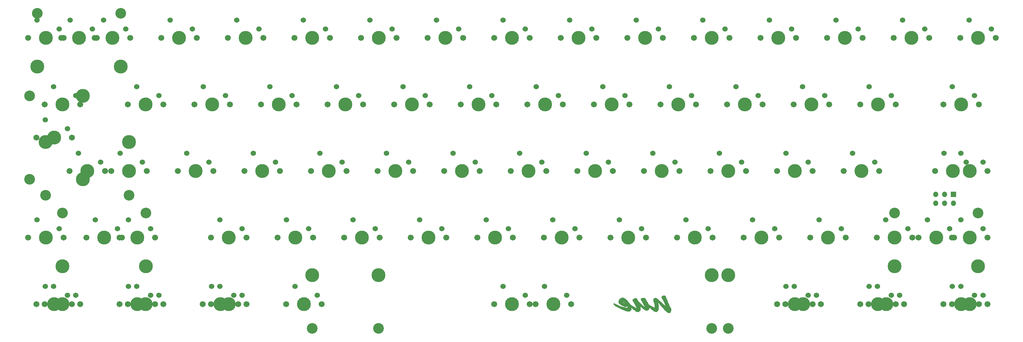
<source format=gbr>
G04 #@! TF.GenerationSoftware,KiCad,Pcbnew,(6.0.1)*
G04 #@! TF.CreationDate,2022-07-28T02:40:33-06:00*
G04 #@! TF.ProjectId,nue-pcb,6e75652d-7063-4622-9e6b-696361645f70,0.1*
G04 #@! TF.SameCoordinates,Original*
G04 #@! TF.FileFunction,Soldermask,Bot*
G04 #@! TF.FilePolarity,Negative*
%FSLAX46Y46*%
G04 Gerber Fmt 4.6, Leading zero omitted, Abs format (unit mm)*
G04 Created by KiCad (PCBNEW (6.0.1)) date 2022-07-28 02:40:33*
%MOMM*%
%LPD*%
G01*
G04 APERTURE LIST*
%ADD10C,0.010000*%
%ADD11C,1.701800*%
%ADD12C,1.524000*%
%ADD13C,3.987800*%
%ADD14C,3.048000*%
%ADD15R,1.524000X1.524000*%
%ADD16O,1.524000X1.524000*%
G04 APERTURE END LIST*
D10*
X242069833Y-138817832D02*
X242194413Y-138847306D01*
X242194413Y-138847306D02*
X242298976Y-138903511D01*
X242298976Y-138903511D02*
X242341518Y-138942134D01*
X242341518Y-138942134D02*
X242364789Y-138978767D01*
X242364789Y-138978767D02*
X242398935Y-139047185D01*
X242398935Y-139047185D02*
X242440315Y-139139407D01*
X242440315Y-139139407D02*
X242485292Y-139247450D01*
X242485292Y-139247450D02*
X242514062Y-139320634D01*
X242514062Y-139320634D02*
X242554302Y-139425460D01*
X242554302Y-139425460D02*
X242606485Y-139561463D01*
X242606485Y-139561463D02*
X242667407Y-139720291D01*
X242667407Y-139720291D02*
X242733866Y-139893588D01*
X242733866Y-139893588D02*
X242802656Y-140073003D01*
X242802656Y-140073003D02*
X242870574Y-140250181D01*
X242870574Y-140250181D02*
X242887342Y-140293931D01*
X242887342Y-140293931D02*
X242997615Y-140580831D01*
X242997615Y-140580831D02*
X243094888Y-140831746D01*
X243094888Y-140831746D02*
X243180837Y-141050403D01*
X243180837Y-141050403D02*
X243257136Y-141240527D01*
X243257136Y-141240527D02*
X243325460Y-141405842D01*
X243325460Y-141405842D02*
X243387484Y-141550075D01*
X243387484Y-141550075D02*
X243444881Y-141676950D01*
X243444881Y-141676950D02*
X243499327Y-141790193D01*
X243499327Y-141790193D02*
X243552496Y-141893528D01*
X243552496Y-141893528D02*
X243606063Y-141990682D01*
X243606063Y-141990682D02*
X243661701Y-142085379D01*
X243661701Y-142085379D02*
X243721086Y-142181344D01*
X243721086Y-142181344D02*
X243770394Y-142258407D01*
X243770394Y-142258407D02*
X243832352Y-142356724D01*
X243832352Y-142356724D02*
X243886890Y-142447980D01*
X243886890Y-142447980D02*
X243929184Y-142523755D01*
X243929184Y-142523755D02*
X243954413Y-142575631D01*
X243954413Y-142575631D02*
X243958252Y-142586351D01*
X243958252Y-142586351D02*
X243975498Y-142693639D01*
X243975498Y-142693639D02*
X243976635Y-142828400D01*
X243976635Y-142828400D02*
X243963083Y-142979568D01*
X243963083Y-142979568D02*
X243936258Y-143136081D01*
X243936258Y-143136081D02*
X243897579Y-143286875D01*
X243897579Y-143286875D02*
X243852444Y-143411743D01*
X243852444Y-143411743D02*
X243794626Y-143526545D01*
X243794626Y-143526545D02*
X243727051Y-143628978D01*
X243727051Y-143628978D02*
X243657336Y-143708540D01*
X243657336Y-143708540D02*
X243610336Y-143745617D01*
X243610336Y-143745617D02*
X243534014Y-143773592D01*
X243534014Y-143773592D02*
X243431365Y-143785794D01*
X243431365Y-143785794D02*
X243315322Y-143782290D01*
X243315322Y-143782290D02*
X243198818Y-143763143D01*
X243198818Y-143763143D02*
X243131317Y-143743191D01*
X243131317Y-143743191D02*
X242994278Y-143679760D01*
X242994278Y-143679760D02*
X242839201Y-143581305D01*
X242839201Y-143581305D02*
X242665061Y-143447128D01*
X242665061Y-143447128D02*
X242538244Y-143337818D01*
X242538244Y-143337818D02*
X242464240Y-143270883D01*
X242464240Y-143270883D02*
X242394062Y-143205411D01*
X242394062Y-143205411D02*
X242324646Y-143138063D01*
X242324646Y-143138063D02*
X242252926Y-143065498D01*
X242252926Y-143065498D02*
X242175838Y-142984374D01*
X242175838Y-142984374D02*
X242090316Y-142891352D01*
X242090316Y-142891352D02*
X241993294Y-142783091D01*
X241993294Y-142783091D02*
X241881708Y-142656251D01*
X241881708Y-142656251D02*
X241752493Y-142507489D01*
X241752493Y-142507489D02*
X241602583Y-142333467D01*
X241602583Y-142333467D02*
X241428914Y-142130843D01*
X241428914Y-142130843D02*
X241403064Y-142100628D01*
X241403064Y-142100628D02*
X241169007Y-141828667D01*
X241169007Y-141828667D02*
X240960342Y-141589770D01*
X240960342Y-141589770D02*
X240776619Y-141383469D01*
X240776619Y-141383469D02*
X240617387Y-141209299D01*
X240617387Y-141209299D02*
X240482195Y-141066793D01*
X240482195Y-141066793D02*
X240370593Y-140955484D01*
X240370593Y-140955484D02*
X240282130Y-140874906D01*
X240282130Y-140874906D02*
X240216355Y-140824593D01*
X240216355Y-140824593D02*
X240172818Y-140804078D01*
X240172818Y-140804078D02*
X240154404Y-140808049D01*
X240154404Y-140808049D02*
X240156550Y-140831643D01*
X240156550Y-140831643D02*
X240174621Y-140878642D01*
X240174621Y-140878642D02*
X240186916Y-140904182D01*
X240186916Y-140904182D02*
X240226508Y-140997537D01*
X240226508Y-140997537D02*
X240267305Y-141121140D01*
X240267305Y-141121140D02*
X240306028Y-141263146D01*
X240306028Y-141263146D02*
X240339396Y-141411708D01*
X240339396Y-141411708D02*
X240360780Y-141532181D01*
X240360780Y-141532181D02*
X240377301Y-141680356D01*
X240377301Y-141680356D02*
X240386986Y-141854899D01*
X240386986Y-141854899D02*
X240390037Y-142044459D01*
X240390037Y-142044459D02*
X240386656Y-142237685D01*
X240386656Y-142237685D02*
X240377046Y-142423226D01*
X240377046Y-142423226D02*
X240361408Y-142589730D01*
X240361408Y-142589730D02*
X240339946Y-142725846D01*
X240339946Y-142725846D02*
X240339476Y-142728098D01*
X240339476Y-142728098D02*
X240287516Y-142926371D01*
X240287516Y-142926371D02*
X240221314Y-143098350D01*
X240221314Y-143098350D02*
X240142980Y-143240599D01*
X240142980Y-143240599D02*
X240054625Y-143349683D01*
X240054625Y-143349683D02*
X239958360Y-143422165D01*
X239958360Y-143422165D02*
X239897920Y-143446591D01*
X239897920Y-143446591D02*
X239764402Y-143466706D01*
X239764402Y-143466706D02*
X239608911Y-143462013D01*
X239608911Y-143462013D02*
X239442719Y-143433912D01*
X239442719Y-143433912D02*
X239277100Y-143383804D01*
X239277100Y-143383804D02*
X239225477Y-143363098D01*
X239225477Y-143363098D02*
X239083135Y-143290313D01*
X239083135Y-143290313D02*
X238916574Y-143183520D01*
X238916574Y-143183520D02*
X238726277Y-143043094D01*
X238726277Y-143043094D02*
X238512726Y-142869406D01*
X238512726Y-142869406D02*
X238276402Y-142662830D01*
X238276402Y-142662830D02*
X238048670Y-142452897D01*
X238048670Y-142452897D02*
X237781846Y-142201619D01*
X237781846Y-142201619D02*
X237736043Y-142372751D01*
X237736043Y-142372751D02*
X237664141Y-142591145D01*
X237664141Y-142591145D02*
X237575733Y-142771262D01*
X237575733Y-142771262D02*
X237471104Y-142912877D01*
X237471104Y-142912877D02*
X237350539Y-143015764D01*
X237350539Y-143015764D02*
X237214323Y-143079699D01*
X237214323Y-143079699D02*
X237062740Y-143104456D01*
X237062740Y-143104456D02*
X236896074Y-143089811D01*
X236896074Y-143089811D02*
X236844411Y-143078019D01*
X236844411Y-143078019D02*
X236733734Y-143045688D01*
X236733734Y-143045688D02*
X236627543Y-143005790D01*
X236627543Y-143005790D02*
X236521469Y-142955421D01*
X236521469Y-142955421D02*
X236411140Y-142891680D01*
X236411140Y-142891680D02*
X236292188Y-142811665D01*
X236292188Y-142811665D02*
X236160240Y-142712472D01*
X236160240Y-142712472D02*
X236010927Y-142591199D01*
X236010927Y-142591199D02*
X235839879Y-142444944D01*
X235839879Y-142444944D02*
X235682855Y-142306580D01*
X235682855Y-142306580D02*
X235566140Y-142203108D01*
X235566140Y-142203108D02*
X235457043Y-142107096D01*
X235457043Y-142107096D02*
X235360363Y-142022712D01*
X235360363Y-142022712D02*
X235280901Y-141954125D01*
X235280901Y-141954125D02*
X235223456Y-141905504D01*
X235223456Y-141905504D02*
X235193080Y-141881196D01*
X235193080Y-141881196D02*
X235134611Y-141839562D01*
X235134611Y-141839562D02*
X235173366Y-142013955D01*
X235173366Y-142013955D02*
X235219277Y-142265863D01*
X235219277Y-142265863D02*
X235240858Y-142496548D01*
X235240858Y-142496548D02*
X235238113Y-142702468D01*
X235238113Y-142702468D02*
X235211046Y-142880082D01*
X235211046Y-142880082D02*
X235172358Y-142998307D01*
X235172358Y-142998307D02*
X235129560Y-143071500D01*
X235129560Y-143071500D02*
X235062554Y-143156937D01*
X235062554Y-143156937D02*
X234981168Y-143244621D01*
X234981168Y-143244621D02*
X234895230Y-143324553D01*
X234895230Y-143324553D02*
X234814567Y-143386735D01*
X234814567Y-143386735D02*
X234761109Y-143416704D01*
X234761109Y-143416704D02*
X234616522Y-143455251D01*
X234616522Y-143455251D02*
X234452304Y-143460434D01*
X234452304Y-143460434D02*
X234273142Y-143433539D01*
X234273142Y-143433539D02*
X234083725Y-143375850D01*
X234083725Y-143375850D02*
X233888744Y-143288653D01*
X233888744Y-143288653D02*
X233692887Y-143173234D01*
X233692887Y-143173234D02*
X233579262Y-143092754D01*
X233579262Y-143092754D02*
X233475112Y-143010749D01*
X233475112Y-143010749D02*
X233348729Y-142905825D01*
X233348729Y-142905825D02*
X233207971Y-142784841D01*
X233207971Y-142784841D02*
X233060693Y-142654655D01*
X233060693Y-142654655D02*
X232914753Y-142522125D01*
X232914753Y-142522125D02*
X232778009Y-142394110D01*
X232778009Y-142394110D02*
X232768650Y-142385175D01*
X232768650Y-142385175D02*
X232598139Y-142222162D01*
X232598139Y-142222162D02*
X232607185Y-142411376D01*
X232607185Y-142411376D02*
X232601543Y-142614302D01*
X232601543Y-142614302D02*
X232562929Y-142792884D01*
X232562929Y-142792884D02*
X232489851Y-142951081D01*
X232489851Y-142951081D02*
X232380818Y-143092851D01*
X232380818Y-143092851D02*
X232332402Y-143140699D01*
X232332402Y-143140699D02*
X232235529Y-143222313D01*
X232235529Y-143222313D02*
X232141944Y-143280778D01*
X232141944Y-143280778D02*
X232041619Y-143319440D01*
X232041619Y-143319440D02*
X231924528Y-143341646D01*
X231924528Y-143341646D02*
X231780643Y-143350741D01*
X231780643Y-143350741D02*
X231700911Y-143351439D01*
X231700911Y-143351439D02*
X231600027Y-143350707D01*
X231600027Y-143350707D02*
X231521556Y-143347899D01*
X231521556Y-143347899D02*
X231454688Y-143340998D01*
X231454688Y-143340998D02*
X231388612Y-143327991D01*
X231388612Y-143327991D02*
X231312520Y-143306864D01*
X231312520Y-143306864D02*
X231215602Y-143275601D01*
X231215602Y-143275601D02*
X231118828Y-143242964D01*
X231118828Y-143242964D02*
X230839222Y-143142051D01*
X230839222Y-143142051D02*
X230528990Y-143018837D01*
X230528990Y-143018837D02*
X230192253Y-142875201D01*
X230192253Y-142875201D02*
X229833132Y-142713023D01*
X229833132Y-142713023D02*
X229455749Y-142534180D01*
X229455749Y-142534180D02*
X229064226Y-142340551D01*
X229064226Y-142340551D02*
X228662684Y-142134016D01*
X228662684Y-142134016D02*
X228515328Y-142056258D01*
X228515328Y-142056258D02*
X228329053Y-141956551D01*
X228329053Y-141956551D02*
X228176087Y-141872486D01*
X228176087Y-141872486D02*
X228051860Y-141800808D01*
X228051860Y-141800808D02*
X227951799Y-141738261D01*
X227951799Y-141738261D02*
X227871333Y-141681590D01*
X227871333Y-141681590D02*
X227805891Y-141627539D01*
X227805891Y-141627539D02*
X227750900Y-141572852D01*
X227750900Y-141572852D02*
X227701791Y-141514273D01*
X227701791Y-141514273D02*
X227653991Y-141448547D01*
X227653991Y-141448547D02*
X227646276Y-141437321D01*
X227646276Y-141437321D02*
X227583291Y-141335021D01*
X227583291Y-141335021D02*
X227547688Y-141250299D01*
X227547688Y-141250299D02*
X227536589Y-141196007D01*
X227536589Y-141196007D02*
X227532044Y-141135743D01*
X227532044Y-141135743D02*
X227539778Y-141103297D01*
X227539778Y-141103297D02*
X227565187Y-141084718D01*
X227565187Y-141084718D02*
X227582342Y-141077726D01*
X227582342Y-141077726D02*
X227650326Y-141071726D01*
X227650326Y-141071726D02*
X227747874Y-141093201D01*
X227747874Y-141093201D02*
X227872955Y-141141454D01*
X227872955Y-141141454D02*
X228023533Y-141215790D01*
X228023533Y-141215790D02*
X228085478Y-141249865D01*
X228085478Y-141249865D02*
X228372394Y-141402041D01*
X228372394Y-141402041D02*
X228691363Y-141554273D01*
X228691363Y-141554273D02*
X229032303Y-141702551D01*
X229032303Y-141702551D02*
X229385129Y-141842865D01*
X229385129Y-141842865D02*
X229739758Y-141971205D01*
X229739758Y-141971205D02*
X230086106Y-142083561D01*
X230086106Y-142083561D02*
X230414089Y-142175922D01*
X230414089Y-142175922D02*
X230414152Y-142175939D01*
X230414152Y-142175939D02*
X230680423Y-142238124D01*
X230680423Y-142238124D02*
X230911465Y-142278893D01*
X230911465Y-142278893D02*
X231107096Y-142298275D01*
X231107096Y-142298275D02*
X231267133Y-142296300D01*
X231267133Y-142296300D02*
X231391392Y-142272997D01*
X231391392Y-142272997D02*
X231479691Y-142228396D01*
X231479691Y-142228396D02*
X231531846Y-142162528D01*
X231531846Y-142162528D02*
X231547674Y-142075421D01*
X231547674Y-142075421D02*
X231535053Y-141994126D01*
X231535053Y-141994126D02*
X231512036Y-141924232D01*
X231512036Y-141924232D02*
X231485086Y-141863831D01*
X231485086Y-141863831D02*
X231477220Y-141850452D01*
X231477220Y-141850452D02*
X231444427Y-141800405D01*
X231444427Y-141800405D02*
X231355711Y-141897030D01*
X231355711Y-141897030D02*
X231242555Y-141994682D01*
X231242555Y-141994682D02*
X231117727Y-142052748D01*
X231117727Y-142052748D02*
X230979309Y-142071642D01*
X230979309Y-142071642D02*
X230825383Y-142051775D01*
X230825383Y-142051775D02*
X230744869Y-142028405D01*
X230744869Y-142028405D02*
X230667250Y-141998343D01*
X230667250Y-141998343D02*
X230560150Y-141951354D01*
X230560150Y-141951354D02*
X230431025Y-141891197D01*
X230431025Y-141891197D02*
X230287328Y-141821630D01*
X230287328Y-141821630D02*
X230136516Y-141746412D01*
X230136516Y-141746412D02*
X229986041Y-141669301D01*
X229986041Y-141669301D02*
X229843360Y-141594058D01*
X229843360Y-141594058D02*
X229715927Y-141524439D01*
X229715927Y-141524439D02*
X229611197Y-141464205D01*
X229611197Y-141464205D02*
X229548912Y-141425395D01*
X229548912Y-141425395D02*
X229399525Y-141317308D01*
X229399525Y-141317308D02*
X229262385Y-141200164D01*
X229262385Y-141200164D02*
X229144273Y-141080750D01*
X229144273Y-141080750D02*
X229051970Y-140965852D01*
X229051970Y-140965852D02*
X228997056Y-140872971D01*
X228997056Y-140872971D02*
X228959775Y-140778284D01*
X228959775Y-140778284D02*
X228943241Y-140689203D01*
X228943241Y-140689203D02*
X228940982Y-140611431D01*
X228940982Y-140611431D02*
X228948153Y-140555606D01*
X228948153Y-140555606D02*
X230092244Y-140555606D01*
X230092244Y-140555606D02*
X230107618Y-140599843D01*
X230107618Y-140599843D02*
X230148707Y-140661177D01*
X230148707Y-140661177D02*
X230207958Y-140730524D01*
X230207958Y-140730524D02*
X230277820Y-140798797D01*
X230277820Y-140798797D02*
X230330466Y-140842200D01*
X230330466Y-140842200D02*
X230386426Y-140879944D01*
X230386426Y-140879944D02*
X230462771Y-140925531D01*
X230462771Y-140925531D02*
X230550034Y-140974005D01*
X230550034Y-140974005D02*
X230638749Y-141020412D01*
X230638749Y-141020412D02*
X230719448Y-141059799D01*
X230719448Y-141059799D02*
X230782664Y-141087209D01*
X230782664Y-141087209D02*
X230818644Y-141097682D01*
X230818644Y-141097682D02*
X230819647Y-141083377D01*
X230819647Y-141083377D02*
X230799648Y-141047464D01*
X230799648Y-141047464D02*
X230794467Y-141039992D01*
X230794467Y-141039992D02*
X230742199Y-140977700D01*
X230742199Y-140977700D02*
X230666537Y-140901204D01*
X230666537Y-140901204D02*
X230578619Y-140820785D01*
X230578619Y-140820785D02*
X230489585Y-140746726D01*
X230489585Y-140746726D02*
X230425017Y-140698952D01*
X230425017Y-140698952D02*
X230345483Y-140648744D01*
X230345483Y-140648744D02*
X230265162Y-140605096D01*
X230265162Y-140605096D02*
X230191996Y-140571429D01*
X230191996Y-140571429D02*
X230133930Y-140551165D01*
X230133930Y-140551165D02*
X230098905Y-140547724D01*
X230098905Y-140547724D02*
X230092244Y-140555606D01*
X230092244Y-140555606D02*
X228948153Y-140555606D01*
X228948153Y-140555606D02*
X228960675Y-140458126D01*
X228960675Y-140458126D02*
X229012869Y-140292933D01*
X229012869Y-140292933D02*
X229092494Y-140123469D01*
X229092494Y-140123469D02*
X229194476Y-139957350D01*
X229194476Y-139957350D02*
X229313746Y-139802191D01*
X229313746Y-139802191D02*
X229445230Y-139665606D01*
X229445230Y-139665606D02*
X229583857Y-139555213D01*
X229583857Y-139555213D02*
X229682920Y-139497359D01*
X229682920Y-139497359D02*
X229748924Y-139467355D01*
X229748924Y-139467355D02*
X229806318Y-139449452D01*
X229806318Y-139449452D02*
X229870132Y-139440865D01*
X229870132Y-139440865D02*
X229955397Y-139438809D01*
X229955397Y-139438809D02*
X229996994Y-139439167D01*
X229996994Y-139439167D02*
X230205673Y-139461907D01*
X230205673Y-139461907D02*
X230422349Y-139523305D01*
X230422349Y-139523305D02*
X230644146Y-139621107D01*
X230644146Y-139621107D02*
X230868190Y-139753056D01*
X230868190Y-139753056D02*
X231091606Y-139916898D01*
X231091606Y-139916898D02*
X231311520Y-140110378D01*
X231311520Y-140110378D02*
X231525056Y-140331240D01*
X231525056Y-140331240D02*
X231729341Y-140577229D01*
X231729341Y-140577229D02*
X231921500Y-140846090D01*
X231921500Y-140846090D02*
X232048284Y-141048430D01*
X232048284Y-141048430D02*
X232103697Y-141139924D01*
X232103697Y-141139924D02*
X232154933Y-141220779D01*
X232154933Y-141220779D02*
X232196403Y-141282415D01*
X232196403Y-141282415D02*
X232222519Y-141316251D01*
X232222519Y-141316251D02*
X232223085Y-141316824D01*
X232223085Y-141316824D02*
X232252135Y-141340046D01*
X232252135Y-141340046D02*
X232310556Y-141382266D01*
X232310556Y-141382266D02*
X232392307Y-141439282D01*
X232392307Y-141439282D02*
X232491349Y-141506892D01*
X232491349Y-141506892D02*
X232601643Y-141580893D01*
X232601643Y-141580893D02*
X232621661Y-141594193D01*
X232621661Y-141594193D02*
X232912970Y-141785080D01*
X232912970Y-141785080D02*
X233172012Y-141949752D01*
X233172012Y-141949752D02*
X233399467Y-142088580D01*
X233399467Y-142088580D02*
X233596015Y-142201933D01*
X233596015Y-142201933D02*
X233762335Y-142290181D01*
X233762335Y-142290181D02*
X233899105Y-142353693D01*
X233899105Y-142353693D02*
X234007006Y-142392838D01*
X234007006Y-142392838D02*
X234086717Y-142407987D01*
X234086717Y-142407987D02*
X234115274Y-142406826D01*
X234115274Y-142406826D02*
X234128483Y-142401934D01*
X234128483Y-142401934D02*
X234133888Y-142389217D01*
X234133888Y-142389217D02*
X234129661Y-142364026D01*
X234129661Y-142364026D02*
X234113977Y-142321711D01*
X234113977Y-142321711D02*
X234085007Y-142257625D01*
X234085007Y-142257625D02*
X234040925Y-142167117D01*
X234040925Y-142167117D02*
X233979903Y-142045538D01*
X233979903Y-142045538D02*
X233950392Y-141987265D01*
X233950392Y-141987265D02*
X233771296Y-141641303D01*
X233771296Y-141641303D02*
X233592752Y-141311880D01*
X233592752Y-141311880D02*
X233405570Y-140982429D01*
X233405570Y-140982429D02*
X233205684Y-140644884D01*
X233205684Y-140644884D02*
X233120058Y-140502726D01*
X233120058Y-140502726D02*
X233053862Y-140392123D01*
X233053862Y-140392123D02*
X233004775Y-140308314D01*
X233004775Y-140308314D02*
X232970477Y-140246534D01*
X232970477Y-140246534D02*
X232948648Y-140202020D01*
X232948648Y-140202020D02*
X232936967Y-140170011D01*
X232936967Y-140170011D02*
X232933114Y-140145742D01*
X232933114Y-140145742D02*
X232934769Y-140124450D01*
X232934769Y-140124450D02*
X232939611Y-140101374D01*
X232939611Y-140101374D02*
X232940016Y-140099540D01*
X232940016Y-140099540D02*
X232973987Y-140026352D01*
X232973987Y-140026352D02*
X233042255Y-139945347D01*
X233042255Y-139945347D02*
X233138848Y-139861770D01*
X233138848Y-139861770D02*
X233257795Y-139780863D01*
X233257795Y-139780863D02*
X233377436Y-139715440D01*
X233377436Y-139715440D02*
X233518912Y-139652788D01*
X233518912Y-139652788D02*
X233658997Y-139602757D01*
X233658997Y-139602757D02*
X233786904Y-139568653D01*
X233786904Y-139568653D02*
X233891848Y-139553784D01*
X233891848Y-139553784D02*
X233905912Y-139553411D01*
X233905912Y-139553411D02*
X233977651Y-139573788D01*
X233977651Y-139573788D02*
X234051012Y-139634409D01*
X234051012Y-139634409D02*
X234123952Y-139733345D01*
X234123952Y-139733345D02*
X234156245Y-139790135D01*
X234156245Y-139790135D02*
X234246842Y-139948596D01*
X234246842Y-139948596D02*
X234352523Y-140108444D01*
X234352523Y-140108444D02*
X234476707Y-140273857D01*
X234476707Y-140273857D02*
X234622816Y-140449011D01*
X234622816Y-140449011D02*
X234794269Y-140638086D01*
X234794269Y-140638086D02*
X234994487Y-140845257D01*
X234994487Y-140845257D02*
X235132968Y-140983051D01*
X235132968Y-140983051D02*
X235253926Y-141100169D01*
X235253926Y-141100169D02*
X235384835Y-141223827D01*
X235384835Y-141223827D02*
X235521905Y-141350716D01*
X235521905Y-141350716D02*
X235661345Y-141477528D01*
X235661345Y-141477528D02*
X235799364Y-141600954D01*
X235799364Y-141600954D02*
X235932172Y-141717685D01*
X235932172Y-141717685D02*
X236055978Y-141824414D01*
X236055978Y-141824414D02*
X236166992Y-141917830D01*
X236166992Y-141917830D02*
X236261422Y-141994625D01*
X236261422Y-141994625D02*
X236335479Y-142051490D01*
X236335479Y-142051490D02*
X236385372Y-142085118D01*
X236385372Y-142085118D02*
X236404685Y-142093098D01*
X236404685Y-142093098D02*
X236419744Y-142075502D01*
X236419744Y-142075502D02*
X236415205Y-142025293D01*
X236415205Y-142025293D02*
X236392943Y-141946345D01*
X236392943Y-141946345D02*
X236354833Y-141842527D01*
X236354833Y-141842527D02*
X236302750Y-141717711D01*
X236302750Y-141717711D02*
X236238569Y-141575769D01*
X236238569Y-141575769D02*
X236164164Y-141420571D01*
X236164164Y-141420571D02*
X236081412Y-141255989D01*
X236081412Y-141255989D02*
X235992187Y-141085894D01*
X235992187Y-141085894D02*
X235898364Y-140914158D01*
X235898364Y-140914158D02*
X235801818Y-140744652D01*
X235801818Y-140744652D02*
X235704424Y-140581246D01*
X235704424Y-140581246D02*
X235608057Y-140427813D01*
X235608057Y-140427813D02*
X235570008Y-140369783D01*
X235570008Y-140369783D02*
X235469424Y-140211876D01*
X235469424Y-140211876D02*
X235396211Y-140080523D01*
X235396211Y-140080523D02*
X235348875Y-139971311D01*
X235348875Y-139971311D02*
X235325920Y-139879829D01*
X235325920Y-139879829D02*
X235325852Y-139801663D01*
X235325852Y-139801663D02*
X235347176Y-139732402D01*
X235347176Y-139732402D02*
X235351278Y-139724138D01*
X235351278Y-139724138D02*
X235405316Y-139661204D01*
X235405316Y-139661204D02*
X235495318Y-139605305D01*
X235495318Y-139605305D02*
X235615228Y-139558339D01*
X235615228Y-139558339D02*
X235758990Y-139522200D01*
X235758990Y-139522200D02*
X235920548Y-139498783D01*
X235920548Y-139498783D02*
X236093846Y-139489984D01*
X236093846Y-139489984D02*
X236099496Y-139489965D01*
X236099496Y-139489965D02*
X236241489Y-139493279D01*
X236241489Y-139493279D02*
X236349986Y-139505463D01*
X236349986Y-139505463D02*
X236433339Y-139528983D01*
X236433339Y-139528983D02*
X236499897Y-139566301D01*
X236499897Y-139566301D02*
X236558011Y-139619882D01*
X236558011Y-139619882D02*
X236564483Y-139627143D01*
X236564483Y-139627143D02*
X236593821Y-139668091D01*
X236593821Y-139668091D02*
X236639885Y-139741898D01*
X236639885Y-139741898D02*
X236700041Y-139843776D01*
X236700041Y-139843776D02*
X236771659Y-139968936D01*
X236771659Y-139968936D02*
X236852106Y-140112588D01*
X236852106Y-140112588D02*
X236938750Y-140269943D01*
X236938750Y-140269943D02*
X237028959Y-140436213D01*
X237028959Y-140436213D02*
X237120102Y-140606608D01*
X237120102Y-140606608D02*
X237209547Y-140776340D01*
X237209547Y-140776340D02*
X237294661Y-140940619D01*
X237294661Y-140940619D02*
X237372813Y-141094657D01*
X237372813Y-141094657D02*
X237390835Y-141130764D01*
X237390835Y-141130764D02*
X237517517Y-141385514D01*
X237517517Y-141385514D02*
X237810672Y-141567979D01*
X237810672Y-141567979D02*
X238004935Y-141686686D01*
X238004935Y-141686686D02*
X238199829Y-141801662D01*
X238199829Y-141801662D02*
X238390322Y-141910212D01*
X238390322Y-141910212D02*
X238571380Y-142009638D01*
X238571380Y-142009638D02*
X238737970Y-142097242D01*
X238737970Y-142097242D02*
X238885059Y-142170328D01*
X238885059Y-142170328D02*
X239007615Y-142226197D01*
X239007615Y-142226197D02*
X239100603Y-142262152D01*
X239100603Y-142262152D02*
X239113518Y-142266212D01*
X239113518Y-142266212D02*
X239170405Y-142279301D01*
X239170405Y-142279301D02*
X239207098Y-142273354D01*
X239207098Y-142273354D02*
X239235177Y-142252814D01*
X239235177Y-142252814D02*
X239275300Y-142191000D01*
X239275300Y-142191000D02*
X239301668Y-142093517D01*
X239301668Y-142093517D02*
X239314225Y-141964752D01*
X239314225Y-141964752D02*
X239312912Y-141809092D01*
X239312912Y-141809092D02*
X239297672Y-141630925D01*
X239297672Y-141630925D02*
X239268447Y-141434639D01*
X239268447Y-141434639D02*
X239247368Y-141325246D01*
X239247368Y-141325246D02*
X239229307Y-141241589D01*
X239229307Y-141241589D02*
X239210307Y-141162462D01*
X239210307Y-141162462D02*
X239188358Y-141081430D01*
X239188358Y-141081430D02*
X239161448Y-140992060D01*
X239161448Y-140992060D02*
X239127566Y-140887917D01*
X239127566Y-140887917D02*
X239084701Y-140762569D01*
X239084701Y-140762569D02*
X239030841Y-140609581D01*
X239030841Y-140609581D02*
X238973399Y-140448777D01*
X238973399Y-140448777D02*
X238916235Y-140250134D01*
X238916235Y-140250134D02*
X238894624Y-140073087D01*
X238894624Y-140073087D02*
X238908262Y-139918278D01*
X238908262Y-139918278D02*
X238956842Y-139786348D01*
X238956842Y-139786348D02*
X239040059Y-139677938D01*
X239040059Y-139677938D02*
X239157608Y-139593689D01*
X239157608Y-139593689D02*
X239309182Y-139534242D01*
X239309182Y-139534242D02*
X239420835Y-139510004D01*
X239420835Y-139510004D02*
X239523007Y-139504692D01*
X239523007Y-139504692D02*
X239630489Y-139522901D01*
X239630489Y-139522901D02*
X239747478Y-139566570D01*
X239747478Y-139566570D02*
X239878170Y-139637641D01*
X239878170Y-139637641D02*
X240026761Y-139738054D01*
X240026761Y-139738054D02*
X240195866Y-139868473D01*
X240195866Y-139868473D02*
X240257162Y-139918134D01*
X240257162Y-139918134D02*
X240312077Y-139963218D01*
X240312077Y-139963218D02*
X240364437Y-140007189D01*
X240364437Y-140007189D02*
X240418066Y-140053508D01*
X240418066Y-140053508D02*
X240476789Y-140105639D01*
X240476789Y-140105639D02*
X240544432Y-140167044D01*
X240544432Y-140167044D02*
X240624819Y-140241187D01*
X240624819Y-140241187D02*
X240721775Y-140331529D01*
X240721775Y-140331529D02*
X240839126Y-140441533D01*
X240839126Y-140441533D02*
X240980696Y-140574662D01*
X240980696Y-140574662D02*
X241098911Y-140685968D01*
X241098911Y-140685968D02*
X241229204Y-140808518D01*
X241229204Y-140808518D02*
X241357967Y-140929337D01*
X241357967Y-140929337D02*
X241479733Y-141043315D01*
X241479733Y-141043315D02*
X241589034Y-141145346D01*
X241589034Y-141145346D02*
X241680406Y-141230321D01*
X241680406Y-141230321D02*
X241748380Y-141293132D01*
X241748380Y-141293132D02*
X241765661Y-141308962D01*
X241765661Y-141308962D02*
X241848134Y-141382800D01*
X241848134Y-141382800D02*
X241940434Y-141463088D01*
X241940434Y-141463088D02*
X242037100Y-141545347D01*
X242037100Y-141545347D02*
X242132673Y-141625096D01*
X242132673Y-141625096D02*
X242221692Y-141697855D01*
X242221692Y-141697855D02*
X242298698Y-141759144D01*
X242298698Y-141759144D02*
X242358229Y-141804482D01*
X242358229Y-141804482D02*
X242394827Y-141829389D01*
X242394827Y-141829389D02*
X242403715Y-141832516D01*
X242403715Y-141832516D02*
X242399868Y-141810143D01*
X242399868Y-141810143D02*
X242382345Y-141754386D01*
X242382345Y-141754386D02*
X242353360Y-141671098D01*
X242353360Y-141671098D02*
X242315126Y-141566133D01*
X242315126Y-141566133D02*
X242269856Y-141445343D01*
X242269856Y-141445343D02*
X242219764Y-141314583D01*
X242219764Y-141314583D02*
X242167063Y-141179707D01*
X242167063Y-141179707D02*
X242113966Y-141046567D01*
X242113966Y-141046567D02*
X242062687Y-140921018D01*
X242062687Y-140921018D02*
X242026038Y-140833681D01*
X242026038Y-140833681D02*
X241928316Y-140613661D01*
X241928316Y-140613661D02*
X241821689Y-140390334D01*
X241821689Y-140390334D02*
X241710940Y-140172874D01*
X241710940Y-140172874D02*
X241600849Y-139970453D01*
X241600849Y-139970453D02*
X241496199Y-139792242D01*
X241496199Y-139792242D02*
X241426221Y-139683055D01*
X241426221Y-139683055D02*
X241367058Y-139594618D01*
X241367058Y-139594618D02*
X241314542Y-139515353D01*
X241314542Y-139515353D02*
X241274332Y-139453856D01*
X241274332Y-139453856D02*
X241252092Y-139418723D01*
X241252092Y-139418723D02*
X241251942Y-139418471D01*
X241251942Y-139418471D02*
X241234173Y-139348997D01*
X241234173Y-139348997D02*
X241248519Y-139261143D01*
X241248519Y-139261143D02*
X241293405Y-139162163D01*
X241293405Y-139162163D02*
X241315059Y-139127687D01*
X241315059Y-139127687D02*
X241404841Y-139024772D01*
X241404841Y-139024772D02*
X241518864Y-138940587D01*
X241518864Y-138940587D02*
X241649751Y-138876468D01*
X241649751Y-138876468D02*
X241790126Y-138833747D01*
X241790126Y-138833747D02*
X241932612Y-138813757D01*
X241932612Y-138813757D02*
X242069833Y-138817832D01*
X242069833Y-138817832D02*
X242069833Y-138817832D01*
G36*
X229012869Y-140292933D02*
G01*
X229092494Y-140123469D01*
X229194476Y-139957350D01*
X229313746Y-139802191D01*
X229445230Y-139665606D01*
X229583857Y-139555213D01*
X229682920Y-139497359D01*
X229748924Y-139467355D01*
X229806318Y-139449452D01*
X229870132Y-139440865D01*
X229955397Y-139438809D01*
X229996994Y-139439167D01*
X230205673Y-139461907D01*
X230422349Y-139523305D01*
X230644146Y-139621107D01*
X230868190Y-139753056D01*
X231091606Y-139916898D01*
X231311520Y-140110378D01*
X231525056Y-140331240D01*
X231729341Y-140577229D01*
X231921500Y-140846090D01*
X232048284Y-141048430D01*
X232103697Y-141139924D01*
X232154933Y-141220779D01*
X232196403Y-141282415D01*
X232222519Y-141316251D01*
X232223085Y-141316824D01*
X232252135Y-141340046D01*
X232310556Y-141382266D01*
X232392307Y-141439282D01*
X232491349Y-141506892D01*
X232601643Y-141580893D01*
X232621661Y-141594193D01*
X232912970Y-141785080D01*
X233172012Y-141949752D01*
X233399467Y-142088580D01*
X233596015Y-142201933D01*
X233762335Y-142290181D01*
X233899105Y-142353693D01*
X234007006Y-142392838D01*
X234086717Y-142407987D01*
X234115274Y-142406826D01*
X234128483Y-142401934D01*
X234133888Y-142389217D01*
X234129661Y-142364026D01*
X234113977Y-142321711D01*
X234085007Y-142257625D01*
X234040925Y-142167117D01*
X233979903Y-142045538D01*
X233950392Y-141987265D01*
X233771296Y-141641303D01*
X233592752Y-141311880D01*
X233405570Y-140982429D01*
X233205684Y-140644884D01*
X233120058Y-140502726D01*
X233053862Y-140392123D01*
X233004775Y-140308314D01*
X232970477Y-140246534D01*
X232948648Y-140202020D01*
X232936967Y-140170011D01*
X232933114Y-140145742D01*
X232934769Y-140124450D01*
X232939611Y-140101374D01*
X232940016Y-140099540D01*
X232973987Y-140026352D01*
X233042255Y-139945347D01*
X233138848Y-139861770D01*
X233257795Y-139780863D01*
X233377436Y-139715440D01*
X233518912Y-139652788D01*
X233658997Y-139602757D01*
X233786904Y-139568653D01*
X233891848Y-139553784D01*
X233905912Y-139553411D01*
X233977651Y-139573788D01*
X234051012Y-139634409D01*
X234123952Y-139733345D01*
X234156245Y-139790135D01*
X234246842Y-139948596D01*
X234352523Y-140108444D01*
X234476707Y-140273857D01*
X234622816Y-140449011D01*
X234794269Y-140638086D01*
X234994487Y-140845257D01*
X235132968Y-140983051D01*
X235253926Y-141100169D01*
X235384835Y-141223827D01*
X235521905Y-141350716D01*
X235661345Y-141477528D01*
X235799364Y-141600954D01*
X235932172Y-141717685D01*
X236055978Y-141824414D01*
X236166992Y-141917830D01*
X236261422Y-141994625D01*
X236335479Y-142051490D01*
X236385372Y-142085118D01*
X236404685Y-142093098D01*
X236419744Y-142075502D01*
X236415205Y-142025293D01*
X236392943Y-141946345D01*
X236354833Y-141842527D01*
X236302750Y-141717711D01*
X236238569Y-141575769D01*
X236164164Y-141420571D01*
X236081412Y-141255989D01*
X235992187Y-141085894D01*
X235898364Y-140914158D01*
X235801818Y-140744652D01*
X235704424Y-140581246D01*
X235608057Y-140427813D01*
X235570008Y-140369783D01*
X235469424Y-140211876D01*
X235396211Y-140080523D01*
X235348875Y-139971311D01*
X235325920Y-139879829D01*
X235325852Y-139801663D01*
X235347176Y-139732402D01*
X235351278Y-139724138D01*
X235405316Y-139661204D01*
X235495318Y-139605305D01*
X235615228Y-139558339D01*
X235758990Y-139522200D01*
X235920548Y-139498783D01*
X236093846Y-139489984D01*
X236099496Y-139489965D01*
X236241489Y-139493279D01*
X236349986Y-139505463D01*
X236433339Y-139528983D01*
X236499897Y-139566301D01*
X236558011Y-139619882D01*
X236564483Y-139627143D01*
X236593821Y-139668091D01*
X236639885Y-139741898D01*
X236700041Y-139843776D01*
X236771659Y-139968936D01*
X236852106Y-140112588D01*
X236938750Y-140269943D01*
X237028959Y-140436213D01*
X237120102Y-140606608D01*
X237209547Y-140776340D01*
X237294661Y-140940619D01*
X237372813Y-141094657D01*
X237390835Y-141130764D01*
X237517517Y-141385514D01*
X237810672Y-141567979D01*
X238004935Y-141686686D01*
X238199829Y-141801662D01*
X238390322Y-141910212D01*
X238571380Y-142009638D01*
X238737970Y-142097242D01*
X238885059Y-142170328D01*
X239007615Y-142226197D01*
X239100603Y-142262152D01*
X239113518Y-142266212D01*
X239170405Y-142279301D01*
X239207098Y-142273354D01*
X239235177Y-142252814D01*
X239275300Y-142191000D01*
X239301668Y-142093517D01*
X239314225Y-141964752D01*
X239312912Y-141809092D01*
X239297672Y-141630925D01*
X239268447Y-141434639D01*
X239247368Y-141325246D01*
X239229307Y-141241589D01*
X239210307Y-141162462D01*
X239188358Y-141081430D01*
X239161448Y-140992060D01*
X239127566Y-140887917D01*
X239084701Y-140762569D01*
X239030841Y-140609581D01*
X238973399Y-140448777D01*
X238916235Y-140250134D01*
X238894624Y-140073087D01*
X238908262Y-139918278D01*
X238956842Y-139786348D01*
X239040059Y-139677938D01*
X239157608Y-139593689D01*
X239309182Y-139534242D01*
X239420835Y-139510004D01*
X239523007Y-139504692D01*
X239630489Y-139522901D01*
X239747478Y-139566570D01*
X239878170Y-139637641D01*
X240026761Y-139738054D01*
X240195866Y-139868473D01*
X240257162Y-139918134D01*
X240312077Y-139963218D01*
X240364437Y-140007189D01*
X240418066Y-140053508D01*
X240476789Y-140105639D01*
X240544432Y-140167044D01*
X240624819Y-140241187D01*
X240721775Y-140331529D01*
X240839126Y-140441533D01*
X240980696Y-140574662D01*
X241098911Y-140685968D01*
X241229204Y-140808518D01*
X241357967Y-140929337D01*
X241479733Y-141043315D01*
X241589034Y-141145346D01*
X241680406Y-141230321D01*
X241748380Y-141293132D01*
X241765661Y-141308962D01*
X241848134Y-141382800D01*
X241940434Y-141463088D01*
X242037100Y-141545347D01*
X242132673Y-141625096D01*
X242221692Y-141697855D01*
X242298698Y-141759144D01*
X242358229Y-141804482D01*
X242394827Y-141829389D01*
X242403715Y-141832516D01*
X242399868Y-141810143D01*
X242382345Y-141754386D01*
X242353360Y-141671098D01*
X242315126Y-141566133D01*
X242269856Y-141445343D01*
X242219764Y-141314583D01*
X242167063Y-141179707D01*
X242113966Y-141046567D01*
X242062687Y-140921018D01*
X242026038Y-140833681D01*
X241928316Y-140613661D01*
X241821689Y-140390334D01*
X241710940Y-140172874D01*
X241600849Y-139970453D01*
X241496199Y-139792242D01*
X241426221Y-139683055D01*
X241367058Y-139594618D01*
X241314542Y-139515353D01*
X241274332Y-139453856D01*
X241252092Y-139418723D01*
X241251942Y-139418471D01*
X241234173Y-139348997D01*
X241248519Y-139261143D01*
X241293405Y-139162163D01*
X241315059Y-139127687D01*
X241404841Y-139024772D01*
X241518864Y-138940587D01*
X241649751Y-138876468D01*
X241790126Y-138833747D01*
X241932612Y-138813757D01*
X242069833Y-138817832D01*
X242194413Y-138847306D01*
X242298976Y-138903511D01*
X242341518Y-138942134D01*
X242364789Y-138978767D01*
X242398935Y-139047185D01*
X242440315Y-139139407D01*
X242485292Y-139247450D01*
X242514062Y-139320634D01*
X242554302Y-139425460D01*
X242606485Y-139561463D01*
X242667407Y-139720291D01*
X242733866Y-139893588D01*
X242802656Y-140073003D01*
X242870574Y-140250181D01*
X242887342Y-140293931D01*
X242997615Y-140580831D01*
X243094888Y-140831746D01*
X243180837Y-141050403D01*
X243257136Y-141240527D01*
X243325460Y-141405842D01*
X243387484Y-141550075D01*
X243444881Y-141676950D01*
X243499327Y-141790193D01*
X243552496Y-141893528D01*
X243606063Y-141990682D01*
X243661701Y-142085379D01*
X243721086Y-142181344D01*
X243770394Y-142258407D01*
X243832352Y-142356724D01*
X243886890Y-142447980D01*
X243929184Y-142523755D01*
X243954413Y-142575631D01*
X243958252Y-142586351D01*
X243975498Y-142693639D01*
X243976635Y-142828400D01*
X243963083Y-142979568D01*
X243936258Y-143136081D01*
X243897579Y-143286875D01*
X243852444Y-143411743D01*
X243794626Y-143526545D01*
X243727051Y-143628978D01*
X243657336Y-143708540D01*
X243610336Y-143745617D01*
X243534014Y-143773592D01*
X243431365Y-143785794D01*
X243315322Y-143782290D01*
X243198818Y-143763143D01*
X243131317Y-143743191D01*
X242994278Y-143679760D01*
X242839201Y-143581305D01*
X242665061Y-143447128D01*
X242538244Y-143337818D01*
X242464240Y-143270883D01*
X242394062Y-143205411D01*
X242324646Y-143138063D01*
X242252926Y-143065498D01*
X242175838Y-142984374D01*
X242090316Y-142891352D01*
X241993294Y-142783091D01*
X241881708Y-142656251D01*
X241752493Y-142507489D01*
X241602583Y-142333467D01*
X241428914Y-142130843D01*
X241403064Y-142100628D01*
X241169007Y-141828667D01*
X240960342Y-141589770D01*
X240776619Y-141383469D01*
X240617387Y-141209299D01*
X240482195Y-141066793D01*
X240370593Y-140955484D01*
X240282130Y-140874906D01*
X240216355Y-140824593D01*
X240172818Y-140804078D01*
X240154404Y-140808049D01*
X240156550Y-140831643D01*
X240174621Y-140878642D01*
X240186916Y-140904182D01*
X240226508Y-140997537D01*
X240267305Y-141121140D01*
X240306028Y-141263146D01*
X240339396Y-141411708D01*
X240360780Y-141532181D01*
X240377301Y-141680356D01*
X240386986Y-141854899D01*
X240390037Y-142044459D01*
X240386656Y-142237685D01*
X240377046Y-142423226D01*
X240361408Y-142589730D01*
X240339946Y-142725846D01*
X240339476Y-142728098D01*
X240287516Y-142926371D01*
X240221314Y-143098350D01*
X240142980Y-143240599D01*
X240054625Y-143349683D01*
X239958360Y-143422165D01*
X239897920Y-143446591D01*
X239764402Y-143466706D01*
X239608911Y-143462013D01*
X239442719Y-143433912D01*
X239277100Y-143383804D01*
X239225477Y-143363098D01*
X239083135Y-143290313D01*
X238916574Y-143183520D01*
X238726277Y-143043094D01*
X238512726Y-142869406D01*
X238276402Y-142662830D01*
X238048670Y-142452897D01*
X237781846Y-142201619D01*
X237736043Y-142372751D01*
X237664141Y-142591145D01*
X237575733Y-142771262D01*
X237471104Y-142912877D01*
X237350539Y-143015764D01*
X237214323Y-143079699D01*
X237062740Y-143104456D01*
X236896074Y-143089811D01*
X236844411Y-143078019D01*
X236733734Y-143045688D01*
X236627543Y-143005790D01*
X236521469Y-142955421D01*
X236411140Y-142891680D01*
X236292188Y-142811665D01*
X236160240Y-142712472D01*
X236010927Y-142591199D01*
X235839879Y-142444944D01*
X235682855Y-142306580D01*
X235566140Y-142203108D01*
X235457043Y-142107096D01*
X235360363Y-142022712D01*
X235280901Y-141954125D01*
X235223456Y-141905504D01*
X235193080Y-141881196D01*
X235134611Y-141839562D01*
X235173366Y-142013955D01*
X235219277Y-142265863D01*
X235240858Y-142496548D01*
X235238113Y-142702468D01*
X235211046Y-142880082D01*
X235172358Y-142998307D01*
X235129560Y-143071500D01*
X235062554Y-143156937D01*
X234981168Y-143244621D01*
X234895230Y-143324553D01*
X234814567Y-143386735D01*
X234761109Y-143416704D01*
X234616522Y-143455251D01*
X234452304Y-143460434D01*
X234273142Y-143433539D01*
X234083725Y-143375850D01*
X233888744Y-143288653D01*
X233692887Y-143173234D01*
X233579262Y-143092754D01*
X233475112Y-143010749D01*
X233348729Y-142905825D01*
X233207971Y-142784841D01*
X233060693Y-142654655D01*
X232914753Y-142522125D01*
X232778009Y-142394110D01*
X232768650Y-142385175D01*
X232598139Y-142222162D01*
X232607185Y-142411376D01*
X232601543Y-142614302D01*
X232562929Y-142792884D01*
X232489851Y-142951081D01*
X232380818Y-143092851D01*
X232332402Y-143140699D01*
X232235529Y-143222313D01*
X232141944Y-143280778D01*
X232041619Y-143319440D01*
X231924528Y-143341646D01*
X231780643Y-143350741D01*
X231700911Y-143351439D01*
X231600027Y-143350707D01*
X231521556Y-143347899D01*
X231454688Y-143340998D01*
X231388612Y-143327991D01*
X231312520Y-143306864D01*
X231215602Y-143275601D01*
X231118828Y-143242964D01*
X230839222Y-143142051D01*
X230528990Y-143018837D01*
X230192253Y-142875201D01*
X229833132Y-142713023D01*
X229455749Y-142534180D01*
X229064226Y-142340551D01*
X228662684Y-142134016D01*
X228515328Y-142056258D01*
X228329053Y-141956551D01*
X228176087Y-141872486D01*
X228051860Y-141800808D01*
X227951799Y-141738261D01*
X227871333Y-141681590D01*
X227805891Y-141627539D01*
X227750900Y-141572852D01*
X227701791Y-141514273D01*
X227653991Y-141448547D01*
X227646276Y-141437321D01*
X227583291Y-141335021D01*
X227547688Y-141250299D01*
X227536589Y-141196007D01*
X227532044Y-141135743D01*
X227539778Y-141103297D01*
X227565187Y-141084718D01*
X227582342Y-141077726D01*
X227650326Y-141071726D01*
X227747874Y-141093201D01*
X227872955Y-141141454D01*
X228023533Y-141215790D01*
X228085478Y-141249865D01*
X228372394Y-141402041D01*
X228691363Y-141554273D01*
X229032303Y-141702551D01*
X229385129Y-141842865D01*
X229739758Y-141971205D01*
X230086106Y-142083561D01*
X230414089Y-142175922D01*
X230414152Y-142175939D01*
X230680423Y-142238124D01*
X230911465Y-142278893D01*
X231107096Y-142298275D01*
X231267133Y-142296300D01*
X231391392Y-142272997D01*
X231479691Y-142228396D01*
X231531846Y-142162528D01*
X231547674Y-142075421D01*
X231535053Y-141994126D01*
X231512036Y-141924232D01*
X231485086Y-141863831D01*
X231477220Y-141850452D01*
X231444427Y-141800405D01*
X231355711Y-141897030D01*
X231242555Y-141994682D01*
X231117727Y-142052748D01*
X230979309Y-142071642D01*
X230825383Y-142051775D01*
X230744869Y-142028405D01*
X230667250Y-141998343D01*
X230560150Y-141951354D01*
X230431025Y-141891197D01*
X230287328Y-141821630D01*
X230136516Y-141746412D01*
X229986041Y-141669301D01*
X229843360Y-141594058D01*
X229715927Y-141524439D01*
X229611197Y-141464205D01*
X229548912Y-141425395D01*
X229399525Y-141317308D01*
X229262385Y-141200164D01*
X229144273Y-141080750D01*
X229051970Y-140965852D01*
X228997056Y-140872971D01*
X228959775Y-140778284D01*
X228943241Y-140689203D01*
X228940982Y-140611431D01*
X228948153Y-140555606D01*
X230092244Y-140555606D01*
X230107618Y-140599843D01*
X230148707Y-140661177D01*
X230207958Y-140730524D01*
X230277820Y-140798797D01*
X230330466Y-140842200D01*
X230386426Y-140879944D01*
X230462771Y-140925531D01*
X230550034Y-140974005D01*
X230638749Y-141020412D01*
X230719448Y-141059799D01*
X230782664Y-141087209D01*
X230818644Y-141097682D01*
X230819647Y-141083377D01*
X230799648Y-141047464D01*
X230794467Y-141039992D01*
X230742199Y-140977700D01*
X230666537Y-140901204D01*
X230578619Y-140820785D01*
X230489585Y-140746726D01*
X230425017Y-140698952D01*
X230345483Y-140648744D01*
X230265162Y-140605096D01*
X230191996Y-140571429D01*
X230133930Y-140551165D01*
X230098905Y-140547724D01*
X230092244Y-140555606D01*
X228948153Y-140555606D01*
X228960675Y-140458126D01*
X229012869Y-140292933D01*
G37*
X229012869Y-140292933D02*
X229092494Y-140123469D01*
X229194476Y-139957350D01*
X229313746Y-139802191D01*
X229445230Y-139665606D01*
X229583857Y-139555213D01*
X229682920Y-139497359D01*
X229748924Y-139467355D01*
X229806318Y-139449452D01*
X229870132Y-139440865D01*
X229955397Y-139438809D01*
X229996994Y-139439167D01*
X230205673Y-139461907D01*
X230422349Y-139523305D01*
X230644146Y-139621107D01*
X230868190Y-139753056D01*
X231091606Y-139916898D01*
X231311520Y-140110378D01*
X231525056Y-140331240D01*
X231729341Y-140577229D01*
X231921500Y-140846090D01*
X232048284Y-141048430D01*
X232103697Y-141139924D01*
X232154933Y-141220779D01*
X232196403Y-141282415D01*
X232222519Y-141316251D01*
X232223085Y-141316824D01*
X232252135Y-141340046D01*
X232310556Y-141382266D01*
X232392307Y-141439282D01*
X232491349Y-141506892D01*
X232601643Y-141580893D01*
X232621661Y-141594193D01*
X232912970Y-141785080D01*
X233172012Y-141949752D01*
X233399467Y-142088580D01*
X233596015Y-142201933D01*
X233762335Y-142290181D01*
X233899105Y-142353693D01*
X234007006Y-142392838D01*
X234086717Y-142407987D01*
X234115274Y-142406826D01*
X234128483Y-142401934D01*
X234133888Y-142389217D01*
X234129661Y-142364026D01*
X234113977Y-142321711D01*
X234085007Y-142257625D01*
X234040925Y-142167117D01*
X233979903Y-142045538D01*
X233950392Y-141987265D01*
X233771296Y-141641303D01*
X233592752Y-141311880D01*
X233405570Y-140982429D01*
X233205684Y-140644884D01*
X233120058Y-140502726D01*
X233053862Y-140392123D01*
X233004775Y-140308314D01*
X232970477Y-140246534D01*
X232948648Y-140202020D01*
X232936967Y-140170011D01*
X232933114Y-140145742D01*
X232934769Y-140124450D01*
X232939611Y-140101374D01*
X232940016Y-140099540D01*
X232973987Y-140026352D01*
X233042255Y-139945347D01*
X233138848Y-139861770D01*
X233257795Y-139780863D01*
X233377436Y-139715440D01*
X233518912Y-139652788D01*
X233658997Y-139602757D01*
X233786904Y-139568653D01*
X233891848Y-139553784D01*
X233905912Y-139553411D01*
X233977651Y-139573788D01*
X234051012Y-139634409D01*
X234123952Y-139733345D01*
X234156245Y-139790135D01*
X234246842Y-139948596D01*
X234352523Y-140108444D01*
X234476707Y-140273857D01*
X234622816Y-140449011D01*
X234794269Y-140638086D01*
X234994487Y-140845257D01*
X235132968Y-140983051D01*
X235253926Y-141100169D01*
X235384835Y-141223827D01*
X235521905Y-141350716D01*
X235661345Y-141477528D01*
X235799364Y-141600954D01*
X235932172Y-141717685D01*
X236055978Y-141824414D01*
X236166992Y-141917830D01*
X236261422Y-141994625D01*
X236335479Y-142051490D01*
X236385372Y-142085118D01*
X236404685Y-142093098D01*
X236419744Y-142075502D01*
X236415205Y-142025293D01*
X236392943Y-141946345D01*
X236354833Y-141842527D01*
X236302750Y-141717711D01*
X236238569Y-141575769D01*
X236164164Y-141420571D01*
X236081412Y-141255989D01*
X235992187Y-141085894D01*
X235898364Y-140914158D01*
X235801818Y-140744652D01*
X235704424Y-140581246D01*
X235608057Y-140427813D01*
X235570008Y-140369783D01*
X235469424Y-140211876D01*
X235396211Y-140080523D01*
X235348875Y-139971311D01*
X235325920Y-139879829D01*
X235325852Y-139801663D01*
X235347176Y-139732402D01*
X235351278Y-139724138D01*
X235405316Y-139661204D01*
X235495318Y-139605305D01*
X235615228Y-139558339D01*
X235758990Y-139522200D01*
X235920548Y-139498783D01*
X236093846Y-139489984D01*
X236099496Y-139489965D01*
X236241489Y-139493279D01*
X236349986Y-139505463D01*
X236433339Y-139528983D01*
X236499897Y-139566301D01*
X236558011Y-139619882D01*
X236564483Y-139627143D01*
X236593821Y-139668091D01*
X236639885Y-139741898D01*
X236700041Y-139843776D01*
X236771659Y-139968936D01*
X236852106Y-140112588D01*
X236938750Y-140269943D01*
X237028959Y-140436213D01*
X237120102Y-140606608D01*
X237209547Y-140776340D01*
X237294661Y-140940619D01*
X237372813Y-141094657D01*
X237390835Y-141130764D01*
X237517517Y-141385514D01*
X237810672Y-141567979D01*
X238004935Y-141686686D01*
X238199829Y-141801662D01*
X238390322Y-141910212D01*
X238571380Y-142009638D01*
X238737970Y-142097242D01*
X238885059Y-142170328D01*
X239007615Y-142226197D01*
X239100603Y-142262152D01*
X239113518Y-142266212D01*
X239170405Y-142279301D01*
X239207098Y-142273354D01*
X239235177Y-142252814D01*
X239275300Y-142191000D01*
X239301668Y-142093517D01*
X239314225Y-141964752D01*
X239312912Y-141809092D01*
X239297672Y-141630925D01*
X239268447Y-141434639D01*
X239247368Y-141325246D01*
X239229307Y-141241589D01*
X239210307Y-141162462D01*
X239188358Y-141081430D01*
X239161448Y-140992060D01*
X239127566Y-140887917D01*
X239084701Y-140762569D01*
X239030841Y-140609581D01*
X238973399Y-140448777D01*
X238916235Y-140250134D01*
X238894624Y-140073087D01*
X238908262Y-139918278D01*
X238956842Y-139786348D01*
X239040059Y-139677938D01*
X239157608Y-139593689D01*
X239309182Y-139534242D01*
X239420835Y-139510004D01*
X239523007Y-139504692D01*
X239630489Y-139522901D01*
X239747478Y-139566570D01*
X239878170Y-139637641D01*
X240026761Y-139738054D01*
X240195866Y-139868473D01*
X240257162Y-139918134D01*
X240312077Y-139963218D01*
X240364437Y-140007189D01*
X240418066Y-140053508D01*
X240476789Y-140105639D01*
X240544432Y-140167044D01*
X240624819Y-140241187D01*
X240721775Y-140331529D01*
X240839126Y-140441533D01*
X240980696Y-140574662D01*
X241098911Y-140685968D01*
X241229204Y-140808518D01*
X241357967Y-140929337D01*
X241479733Y-141043315D01*
X241589034Y-141145346D01*
X241680406Y-141230321D01*
X241748380Y-141293132D01*
X241765661Y-141308962D01*
X241848134Y-141382800D01*
X241940434Y-141463088D01*
X242037100Y-141545347D01*
X242132673Y-141625096D01*
X242221692Y-141697855D01*
X242298698Y-141759144D01*
X242358229Y-141804482D01*
X242394827Y-141829389D01*
X242403715Y-141832516D01*
X242399868Y-141810143D01*
X242382345Y-141754386D01*
X242353360Y-141671098D01*
X242315126Y-141566133D01*
X242269856Y-141445343D01*
X242219764Y-141314583D01*
X242167063Y-141179707D01*
X242113966Y-141046567D01*
X242062687Y-140921018D01*
X242026038Y-140833681D01*
X241928316Y-140613661D01*
X241821689Y-140390334D01*
X241710940Y-140172874D01*
X241600849Y-139970453D01*
X241496199Y-139792242D01*
X241426221Y-139683055D01*
X241367058Y-139594618D01*
X241314542Y-139515353D01*
X241274332Y-139453856D01*
X241252092Y-139418723D01*
X241251942Y-139418471D01*
X241234173Y-139348997D01*
X241248519Y-139261143D01*
X241293405Y-139162163D01*
X241315059Y-139127687D01*
X241404841Y-139024772D01*
X241518864Y-138940587D01*
X241649751Y-138876468D01*
X241790126Y-138833747D01*
X241932612Y-138813757D01*
X242069833Y-138817832D01*
X242194413Y-138847306D01*
X242298976Y-138903511D01*
X242341518Y-138942134D01*
X242364789Y-138978767D01*
X242398935Y-139047185D01*
X242440315Y-139139407D01*
X242485292Y-139247450D01*
X242514062Y-139320634D01*
X242554302Y-139425460D01*
X242606485Y-139561463D01*
X242667407Y-139720291D01*
X242733866Y-139893588D01*
X242802656Y-140073003D01*
X242870574Y-140250181D01*
X242887342Y-140293931D01*
X242997615Y-140580831D01*
X243094888Y-140831746D01*
X243180837Y-141050403D01*
X243257136Y-141240527D01*
X243325460Y-141405842D01*
X243387484Y-141550075D01*
X243444881Y-141676950D01*
X243499327Y-141790193D01*
X243552496Y-141893528D01*
X243606063Y-141990682D01*
X243661701Y-142085379D01*
X243721086Y-142181344D01*
X243770394Y-142258407D01*
X243832352Y-142356724D01*
X243886890Y-142447980D01*
X243929184Y-142523755D01*
X243954413Y-142575631D01*
X243958252Y-142586351D01*
X243975498Y-142693639D01*
X243976635Y-142828400D01*
X243963083Y-142979568D01*
X243936258Y-143136081D01*
X243897579Y-143286875D01*
X243852444Y-143411743D01*
X243794626Y-143526545D01*
X243727051Y-143628978D01*
X243657336Y-143708540D01*
X243610336Y-143745617D01*
X243534014Y-143773592D01*
X243431365Y-143785794D01*
X243315322Y-143782290D01*
X243198818Y-143763143D01*
X243131317Y-143743191D01*
X242994278Y-143679760D01*
X242839201Y-143581305D01*
X242665061Y-143447128D01*
X242538244Y-143337818D01*
X242464240Y-143270883D01*
X242394062Y-143205411D01*
X242324646Y-143138063D01*
X242252926Y-143065498D01*
X242175838Y-142984374D01*
X242090316Y-142891352D01*
X241993294Y-142783091D01*
X241881708Y-142656251D01*
X241752493Y-142507489D01*
X241602583Y-142333467D01*
X241428914Y-142130843D01*
X241403064Y-142100628D01*
X241169007Y-141828667D01*
X240960342Y-141589770D01*
X240776619Y-141383469D01*
X240617387Y-141209299D01*
X240482195Y-141066793D01*
X240370593Y-140955484D01*
X240282130Y-140874906D01*
X240216355Y-140824593D01*
X240172818Y-140804078D01*
X240154404Y-140808049D01*
X240156550Y-140831643D01*
X240174621Y-140878642D01*
X240186916Y-140904182D01*
X240226508Y-140997537D01*
X240267305Y-141121140D01*
X240306028Y-141263146D01*
X240339396Y-141411708D01*
X240360780Y-141532181D01*
X240377301Y-141680356D01*
X240386986Y-141854899D01*
X240390037Y-142044459D01*
X240386656Y-142237685D01*
X240377046Y-142423226D01*
X240361408Y-142589730D01*
X240339946Y-142725846D01*
X240339476Y-142728098D01*
X240287516Y-142926371D01*
X240221314Y-143098350D01*
X240142980Y-143240599D01*
X240054625Y-143349683D01*
X239958360Y-143422165D01*
X239897920Y-143446591D01*
X239764402Y-143466706D01*
X239608911Y-143462013D01*
X239442719Y-143433912D01*
X239277100Y-143383804D01*
X239225477Y-143363098D01*
X239083135Y-143290313D01*
X238916574Y-143183520D01*
X238726277Y-143043094D01*
X238512726Y-142869406D01*
X238276402Y-142662830D01*
X238048670Y-142452897D01*
X237781846Y-142201619D01*
X237736043Y-142372751D01*
X237664141Y-142591145D01*
X237575733Y-142771262D01*
X237471104Y-142912877D01*
X237350539Y-143015764D01*
X237214323Y-143079699D01*
X237062740Y-143104456D01*
X236896074Y-143089811D01*
X236844411Y-143078019D01*
X236733734Y-143045688D01*
X236627543Y-143005790D01*
X236521469Y-142955421D01*
X236411140Y-142891680D01*
X236292188Y-142811665D01*
X236160240Y-142712472D01*
X236010927Y-142591199D01*
X235839879Y-142444944D01*
X235682855Y-142306580D01*
X235566140Y-142203108D01*
X235457043Y-142107096D01*
X235360363Y-142022712D01*
X235280901Y-141954125D01*
X235223456Y-141905504D01*
X235193080Y-141881196D01*
X235134611Y-141839562D01*
X235173366Y-142013955D01*
X235219277Y-142265863D01*
X235240858Y-142496548D01*
X235238113Y-142702468D01*
X235211046Y-142880082D01*
X235172358Y-142998307D01*
X235129560Y-143071500D01*
X235062554Y-143156937D01*
X234981168Y-143244621D01*
X234895230Y-143324553D01*
X234814567Y-143386735D01*
X234761109Y-143416704D01*
X234616522Y-143455251D01*
X234452304Y-143460434D01*
X234273142Y-143433539D01*
X234083725Y-143375850D01*
X233888744Y-143288653D01*
X233692887Y-143173234D01*
X233579262Y-143092754D01*
X233475112Y-143010749D01*
X233348729Y-142905825D01*
X233207971Y-142784841D01*
X233060693Y-142654655D01*
X232914753Y-142522125D01*
X232778009Y-142394110D01*
X232768650Y-142385175D01*
X232598139Y-142222162D01*
X232607185Y-142411376D01*
X232601543Y-142614302D01*
X232562929Y-142792884D01*
X232489851Y-142951081D01*
X232380818Y-143092851D01*
X232332402Y-143140699D01*
X232235529Y-143222313D01*
X232141944Y-143280778D01*
X232041619Y-143319440D01*
X231924528Y-143341646D01*
X231780643Y-143350741D01*
X231700911Y-143351439D01*
X231600027Y-143350707D01*
X231521556Y-143347899D01*
X231454688Y-143340998D01*
X231388612Y-143327991D01*
X231312520Y-143306864D01*
X231215602Y-143275601D01*
X231118828Y-143242964D01*
X230839222Y-143142051D01*
X230528990Y-143018837D01*
X230192253Y-142875201D01*
X229833132Y-142713023D01*
X229455749Y-142534180D01*
X229064226Y-142340551D01*
X228662684Y-142134016D01*
X228515328Y-142056258D01*
X228329053Y-141956551D01*
X228176087Y-141872486D01*
X228051860Y-141800808D01*
X227951799Y-141738261D01*
X227871333Y-141681590D01*
X227805891Y-141627539D01*
X227750900Y-141572852D01*
X227701791Y-141514273D01*
X227653991Y-141448547D01*
X227646276Y-141437321D01*
X227583291Y-141335021D01*
X227547688Y-141250299D01*
X227536589Y-141196007D01*
X227532044Y-141135743D01*
X227539778Y-141103297D01*
X227565187Y-141084718D01*
X227582342Y-141077726D01*
X227650326Y-141071726D01*
X227747874Y-141093201D01*
X227872955Y-141141454D01*
X228023533Y-141215790D01*
X228085478Y-141249865D01*
X228372394Y-141402041D01*
X228691363Y-141554273D01*
X229032303Y-141702551D01*
X229385129Y-141842865D01*
X229739758Y-141971205D01*
X230086106Y-142083561D01*
X230414089Y-142175922D01*
X230414152Y-142175939D01*
X230680423Y-142238124D01*
X230911465Y-142278893D01*
X231107096Y-142298275D01*
X231267133Y-142296300D01*
X231391392Y-142272997D01*
X231479691Y-142228396D01*
X231531846Y-142162528D01*
X231547674Y-142075421D01*
X231535053Y-141994126D01*
X231512036Y-141924232D01*
X231485086Y-141863831D01*
X231477220Y-141850452D01*
X231444427Y-141800405D01*
X231355711Y-141897030D01*
X231242555Y-141994682D01*
X231117727Y-142052748D01*
X230979309Y-142071642D01*
X230825383Y-142051775D01*
X230744869Y-142028405D01*
X230667250Y-141998343D01*
X230560150Y-141951354D01*
X230431025Y-141891197D01*
X230287328Y-141821630D01*
X230136516Y-141746412D01*
X229986041Y-141669301D01*
X229843360Y-141594058D01*
X229715927Y-141524439D01*
X229611197Y-141464205D01*
X229548912Y-141425395D01*
X229399525Y-141317308D01*
X229262385Y-141200164D01*
X229144273Y-141080750D01*
X229051970Y-140965852D01*
X228997056Y-140872971D01*
X228959775Y-140778284D01*
X228943241Y-140689203D01*
X228940982Y-140611431D01*
X228948153Y-140555606D01*
X230092244Y-140555606D01*
X230107618Y-140599843D01*
X230148707Y-140661177D01*
X230207958Y-140730524D01*
X230277820Y-140798797D01*
X230330466Y-140842200D01*
X230386426Y-140879944D01*
X230462771Y-140925531D01*
X230550034Y-140974005D01*
X230638749Y-141020412D01*
X230719448Y-141059799D01*
X230782664Y-141087209D01*
X230818644Y-141097682D01*
X230819647Y-141083377D01*
X230799648Y-141047464D01*
X230794467Y-141039992D01*
X230742199Y-140977700D01*
X230666537Y-140901204D01*
X230578619Y-140820785D01*
X230489585Y-140746726D01*
X230425017Y-140698952D01*
X230345483Y-140648744D01*
X230265162Y-140605096D01*
X230191996Y-140571429D01*
X230133930Y-140551165D01*
X230098905Y-140547724D01*
X230092244Y-140555606D01*
X228948153Y-140555606D01*
X228960675Y-140458126D01*
X229012869Y-140292933D01*
D11*
X336867500Y-65087500D03*
D12*
X329247500Y-60007500D03*
D13*
X331787500Y-65087500D03*
D11*
X326707500Y-65087500D03*
D12*
X335597500Y-62547500D03*
X316547500Y-62547500D03*
D13*
X312737500Y-65087500D03*
D11*
X317817500Y-65087500D03*
D12*
X310197500Y-60007500D03*
D11*
X307657500Y-65087500D03*
X288607500Y-65087500D03*
D13*
X293687500Y-65087500D03*
D12*
X291147500Y-60007500D03*
X297497500Y-62547500D03*
D11*
X298767500Y-65087500D03*
X269557500Y-65087500D03*
D12*
X278447500Y-62547500D03*
X272097500Y-60007500D03*
D13*
X274637500Y-65087500D03*
D11*
X279717500Y-65087500D03*
X260667500Y-65087500D03*
D12*
X259397500Y-62547500D03*
D11*
X250507500Y-65087500D03*
D12*
X253047500Y-60007500D03*
D13*
X255587500Y-65087500D03*
D12*
X233997500Y-60007500D03*
D13*
X236537500Y-65087500D03*
D11*
X241617500Y-65087500D03*
D12*
X240347500Y-62547500D03*
D11*
X231457500Y-65087500D03*
X222567500Y-65087500D03*
D13*
X217487500Y-65087500D03*
D12*
X221297500Y-62547500D03*
X214947500Y-60007500D03*
D11*
X212407500Y-65087500D03*
X193357500Y-65087500D03*
D12*
X202247500Y-62547500D03*
D13*
X198437500Y-65087500D03*
D12*
X195897500Y-60007500D03*
D11*
X203517500Y-65087500D03*
X174307500Y-65087500D03*
D13*
X179387500Y-65087500D03*
D12*
X183197500Y-62547500D03*
D11*
X184467500Y-65087500D03*
D12*
X176847500Y-60007500D03*
D13*
X160337500Y-65087500D03*
D12*
X164147500Y-62547500D03*
X157797500Y-60007500D03*
D11*
X165417500Y-65087500D03*
X155257500Y-65087500D03*
X136207500Y-65087500D03*
D12*
X138747500Y-60007500D03*
X145097500Y-62547500D03*
D13*
X141287500Y-65087500D03*
D11*
X146367500Y-65087500D03*
D12*
X126047500Y-62547500D03*
X119697500Y-60007500D03*
D11*
X127317500Y-65087500D03*
D13*
X122237500Y-65087500D03*
D11*
X117157500Y-65087500D03*
D13*
X103187500Y-65087500D03*
D12*
X106997500Y-62547500D03*
D11*
X98107500Y-65087500D03*
D12*
X100647500Y-60007500D03*
D11*
X108267500Y-65087500D03*
D13*
X74612500Y-65087500D03*
D12*
X72072500Y-60007500D03*
D13*
X62674500Y-73342500D03*
D11*
X69532500Y-65087500D03*
X79692500Y-65087500D03*
D14*
X86550500Y-58102500D03*
D12*
X78422500Y-62547500D03*
D14*
X62674500Y-58102500D03*
D13*
X86550500Y-73342500D03*
D12*
X300672500Y-79057500D03*
D11*
X308292500Y-84137500D03*
D12*
X307022500Y-81597500D03*
D11*
X298132500Y-84137500D03*
D13*
X303212500Y-84137500D03*
D12*
X287972500Y-81597500D03*
X281622500Y-79057500D03*
D11*
X289242500Y-84137500D03*
D13*
X284162500Y-84137500D03*
D11*
X279082500Y-84137500D03*
D12*
X262572500Y-79057500D03*
D11*
X260032500Y-84137500D03*
D12*
X268922500Y-81597500D03*
D11*
X270192500Y-84137500D03*
D13*
X265112500Y-84137500D03*
D12*
X249872500Y-81597500D03*
D13*
X246062500Y-84137500D03*
D11*
X240982500Y-84137500D03*
D12*
X243522500Y-79057500D03*
D11*
X251142500Y-84137500D03*
X232092500Y-84137500D03*
D12*
X230822500Y-81597500D03*
X224472500Y-79057500D03*
D13*
X227012500Y-84137500D03*
D11*
X221932500Y-84137500D03*
D12*
X205422500Y-79057500D03*
D11*
X213042500Y-84137500D03*
D12*
X211772500Y-81597500D03*
D11*
X202882500Y-84137500D03*
D13*
X207962500Y-84137500D03*
D11*
X193992500Y-84137500D03*
D12*
X186372500Y-79057500D03*
X192722500Y-81597500D03*
D13*
X188912500Y-84137500D03*
D11*
X183832500Y-84137500D03*
X174942500Y-84137500D03*
D13*
X169862500Y-84137500D03*
D11*
X164782500Y-84137500D03*
D12*
X167322500Y-79057500D03*
X173672500Y-81597500D03*
X154622500Y-81597500D03*
D13*
X150812500Y-84137500D03*
D11*
X145732500Y-84137500D03*
D12*
X148272500Y-79057500D03*
D11*
X155892500Y-84137500D03*
X126682500Y-84137500D03*
D13*
X131762500Y-84137500D03*
D12*
X129222500Y-79057500D03*
X135572500Y-81597500D03*
D11*
X136842500Y-84137500D03*
D12*
X116522500Y-81597500D03*
D13*
X112712500Y-84137500D03*
D11*
X107632500Y-84137500D03*
X117792500Y-84137500D03*
D12*
X110172500Y-79057500D03*
X97472500Y-81597500D03*
D11*
X98742500Y-84137500D03*
D13*
X93662500Y-84137500D03*
D11*
X88582500Y-84137500D03*
D12*
X91122500Y-79057500D03*
D13*
X65087500Y-65087500D03*
D11*
X70167500Y-65087500D03*
D12*
X62547500Y-60007500D03*
X68897500Y-62547500D03*
D11*
X60007500Y-65087500D03*
D12*
X283210000Y-100647500D03*
D11*
X274320000Y-103187500D03*
X284480000Y-103187500D03*
D12*
X276860000Y-98107500D03*
D13*
X279400000Y-103187500D03*
X260350000Y-103187500D03*
D11*
X265430000Y-103187500D03*
X255270000Y-103187500D03*
D12*
X257810000Y-98107500D03*
X264160000Y-100647500D03*
X245110000Y-100647500D03*
X238760000Y-98107500D03*
D11*
X246380000Y-103187500D03*
X236220000Y-103187500D03*
D13*
X241300000Y-103187500D03*
D11*
X217170000Y-103187500D03*
X227330000Y-103187500D03*
D12*
X219710000Y-98107500D03*
X226060000Y-100647500D03*
D13*
X222250000Y-103187500D03*
X184150000Y-103187500D03*
D11*
X189230000Y-103187500D03*
D12*
X187960000Y-100647500D03*
D11*
X179070000Y-103187500D03*
D12*
X181610000Y-98107500D03*
D11*
X170180000Y-103187500D03*
X160020000Y-103187500D03*
D13*
X165100000Y-103187500D03*
D12*
X168910000Y-100647500D03*
X162560000Y-98107500D03*
X143510000Y-98107500D03*
D11*
X151130000Y-103187500D03*
D12*
X149860000Y-100647500D03*
D11*
X140970000Y-103187500D03*
D13*
X146050000Y-103187500D03*
D12*
X130810000Y-100647500D03*
D11*
X121920000Y-103187500D03*
X132080000Y-103187500D03*
D13*
X127000000Y-103187500D03*
D12*
X124460000Y-98107500D03*
X105410000Y-98107500D03*
D11*
X113030000Y-103187500D03*
D12*
X111760000Y-100647500D03*
D11*
X102870000Y-103187500D03*
D13*
X107950000Y-103187500D03*
D12*
X67310000Y-79057500D03*
D11*
X64770000Y-84137500D03*
D12*
X73660000Y-81597500D03*
D11*
X74930000Y-84137500D03*
D13*
X69850000Y-84137500D03*
D14*
X331819250Y-115252500D03*
X307943250Y-115252500D03*
D11*
X324961250Y-122237500D03*
D13*
X319881250Y-122237500D03*
X307943250Y-130492500D03*
D12*
X317341250Y-117157500D03*
D11*
X314801250Y-122237500D03*
D13*
X331819250Y-130492500D03*
D12*
X323691250Y-119697500D03*
X286385000Y-117157500D03*
D11*
X283845000Y-122237500D03*
X294005000Y-122237500D03*
D12*
X292735000Y-119697500D03*
D13*
X288925000Y-122237500D03*
D11*
X274955000Y-122237500D03*
D12*
X273685000Y-119697500D03*
D11*
X264795000Y-122237500D03*
D13*
X269875000Y-122237500D03*
D12*
X267335000Y-117157500D03*
D13*
X212725000Y-122237500D03*
D12*
X210185000Y-117157500D03*
X216535000Y-119697500D03*
D11*
X207645000Y-122237500D03*
X217805000Y-122237500D03*
X188595000Y-122237500D03*
D13*
X193675000Y-122237500D03*
D11*
X198755000Y-122237500D03*
D12*
X197485000Y-119697500D03*
X191135000Y-117157500D03*
D13*
X174625000Y-122237500D03*
D12*
X172085000Y-117157500D03*
D11*
X179705000Y-122237500D03*
X169545000Y-122237500D03*
D12*
X178435000Y-119697500D03*
X159385000Y-119697500D03*
D11*
X150495000Y-122237500D03*
D13*
X155575000Y-122237500D03*
D11*
X160655000Y-122237500D03*
D12*
X153035000Y-117157500D03*
D11*
X141605000Y-122237500D03*
X131445000Y-122237500D03*
D13*
X136525000Y-122237500D03*
D12*
X140335000Y-119697500D03*
X133985000Y-117157500D03*
D11*
X112395000Y-122237500D03*
D12*
X114935000Y-117157500D03*
X121285000Y-119697500D03*
D11*
X122555000Y-122237500D03*
D13*
X117475000Y-122237500D03*
D12*
X85566250Y-119697500D03*
D11*
X76676250Y-122237500D03*
D14*
X69818250Y-115252500D03*
D13*
X69818250Y-130492500D03*
X93694250Y-130492500D03*
X81756250Y-122237500D03*
D14*
X93694250Y-115252500D03*
D11*
X86836250Y-122237500D03*
D12*
X79216250Y-117157500D03*
D13*
X65087500Y-122237500D03*
D12*
X62547500Y-117157500D03*
X68897500Y-119697500D03*
D11*
X70167500Y-122237500D03*
X60007500Y-122237500D03*
D12*
X326866250Y-136207500D03*
D13*
X329406250Y-141287500D03*
D11*
X334486250Y-141287500D03*
D12*
X333216250Y-138747500D03*
D11*
X324326250Y-141287500D03*
D13*
X305593750Y-141287500D03*
D12*
X309403750Y-138747500D03*
D11*
X310673750Y-141287500D03*
X300513750Y-141287500D03*
D12*
X303053750Y-136207500D03*
X285591250Y-138747500D03*
D13*
X281781250Y-141287500D03*
D11*
X286861250Y-141287500D03*
D12*
X279241250Y-136207500D03*
D11*
X276701250Y-141287500D03*
D13*
X138906250Y-141287500D03*
D11*
X133826250Y-141287500D03*
X143986250Y-141287500D03*
D12*
X142716250Y-138747500D03*
X136366250Y-136207500D03*
D11*
X120173750Y-141287500D03*
D13*
X115093750Y-141287500D03*
D12*
X118903750Y-138747500D03*
D11*
X110013750Y-141287500D03*
D12*
X112553750Y-136207500D03*
X64928750Y-136207500D03*
D11*
X72548750Y-141287500D03*
D13*
X67468750Y-141287500D03*
D12*
X71278750Y-138747500D03*
D11*
X62388750Y-141287500D03*
D12*
X87947500Y-62547500D03*
D11*
X89217500Y-65087500D03*
D13*
X84137500Y-65087500D03*
D12*
X81597500Y-60007500D03*
D11*
X79057500Y-65087500D03*
D14*
X60483750Y-105600500D03*
D13*
X75723750Y-81724500D03*
D11*
X72548750Y-93662500D03*
D12*
X71278750Y-91122500D03*
D13*
X67468750Y-93662500D03*
D14*
X60483750Y-81724500D03*
D11*
X62388750Y-93662500D03*
D13*
X75723750Y-105600500D03*
D12*
X64928750Y-88582500D03*
D11*
X324326250Y-122237500D03*
D12*
X333216250Y-119697500D03*
D11*
X334486250Y-122237500D03*
D13*
X329406250Y-122237500D03*
D12*
X326866250Y-117157500D03*
D13*
X91281250Y-122237500D03*
D12*
X88741250Y-117157500D03*
D11*
X86201250Y-122237500D03*
D12*
X95091250Y-119697500D03*
D11*
X96361250Y-122237500D03*
D12*
X330835000Y-138747500D03*
D13*
X327025000Y-141287500D03*
D11*
X332105000Y-141287500D03*
D12*
X324485000Y-136207500D03*
D11*
X321945000Y-141287500D03*
D12*
X300672500Y-136207500D03*
D11*
X298132500Y-141287500D03*
D13*
X303212500Y-141287500D03*
D11*
X308292500Y-141287500D03*
D12*
X307022500Y-138747500D03*
X114935000Y-136207500D03*
D11*
X122555000Y-141287500D03*
D12*
X121285000Y-138747500D03*
D11*
X112395000Y-141287500D03*
D13*
X117475000Y-141287500D03*
D12*
X91122500Y-136207500D03*
D13*
X93662500Y-141287500D03*
D11*
X88582500Y-141287500D03*
D12*
X97472500Y-138747500D03*
D11*
X98742500Y-141287500D03*
X74930000Y-141287500D03*
D13*
X69850000Y-141287500D03*
D11*
X64770000Y-141287500D03*
D12*
X67310000Y-136207500D03*
X73660000Y-138747500D03*
D13*
X307975000Y-122237500D03*
D12*
X305435000Y-117157500D03*
D11*
X302895000Y-122237500D03*
D12*
X311785000Y-119697500D03*
D11*
X313055000Y-122237500D03*
D12*
X92710000Y-100647500D03*
X86360000Y-98107500D03*
D11*
X83820000Y-103187500D03*
X93980000Y-103187500D03*
D13*
X88900000Y-103187500D03*
D14*
X141287500Y-148272500D03*
D13*
X255587500Y-133032500D03*
X198437500Y-141287500D03*
D12*
X202247500Y-138747500D03*
X195897500Y-136207500D03*
D11*
X193357500Y-141287500D03*
D13*
X141287500Y-133032500D03*
D14*
X255587500Y-148272500D03*
D11*
X203517500Y-141287500D03*
D13*
X210343750Y-141287500D03*
D11*
X205263750Y-141287500D03*
X215423750Y-141287500D03*
D13*
X260381750Y-133032500D03*
D14*
X160305750Y-148272500D03*
D13*
X160305750Y-133032500D03*
D14*
X260381750Y-148272500D03*
D12*
X214153750Y-138747500D03*
X207803750Y-136207500D03*
X235585000Y-119697500D03*
D11*
X236855000Y-122237500D03*
D13*
X231775000Y-122237500D03*
D12*
X229235000Y-117157500D03*
D11*
X226695000Y-122237500D03*
X255905000Y-122237500D03*
D12*
X254635000Y-119697500D03*
X248285000Y-117157500D03*
D11*
X245745000Y-122237500D03*
D13*
X250825000Y-122237500D03*
D15*
X324802500Y-109918500D03*
D16*
X324802500Y-112458500D03*
X322262500Y-109918500D03*
X322262500Y-112458500D03*
X319722500Y-109918500D03*
X319722500Y-112458500D03*
D14*
X88931750Y-110172500D03*
D12*
X80803750Y-100647500D03*
X74453750Y-98107500D03*
D11*
X71913750Y-103187500D03*
D13*
X88931750Y-94932500D03*
D11*
X82073750Y-103187500D03*
D14*
X65055750Y-110172500D03*
D13*
X76993750Y-103187500D03*
X65055750Y-94932500D03*
D12*
X322103750Y-98107500D03*
D11*
X329723750Y-103187500D03*
X319563750Y-103187500D03*
D13*
X324643750Y-103187500D03*
D12*
X328453750Y-100647500D03*
D13*
X327025000Y-84137500D03*
D11*
X321945000Y-84137500D03*
D12*
X324485000Y-79057500D03*
X330835000Y-81597500D03*
D11*
X332105000Y-84137500D03*
D12*
X333216250Y-100647500D03*
D13*
X329406250Y-103187500D03*
D11*
X324326250Y-103187500D03*
D12*
X326866250Y-98107500D03*
D11*
X334486250Y-103187500D03*
D12*
X200660000Y-98107500D03*
X207010000Y-100647500D03*
D11*
X208280000Y-103187500D03*
X198120000Y-103187500D03*
D13*
X203200000Y-103187500D03*
X298450000Y-103187500D03*
D11*
X303530000Y-103187500D03*
D12*
X295910000Y-98107500D03*
X302260000Y-100647500D03*
D11*
X293370000Y-103187500D03*
X274320000Y-141287500D03*
D13*
X279400000Y-141287500D03*
D12*
X283210000Y-138747500D03*
X276860000Y-136207500D03*
D11*
X284480000Y-141287500D03*
D12*
X95091250Y-138747500D03*
X88741250Y-136207500D03*
D11*
X86201250Y-141287500D03*
D13*
X91281250Y-141287500D03*
D11*
X96361250Y-141287500D03*
M02*

</source>
